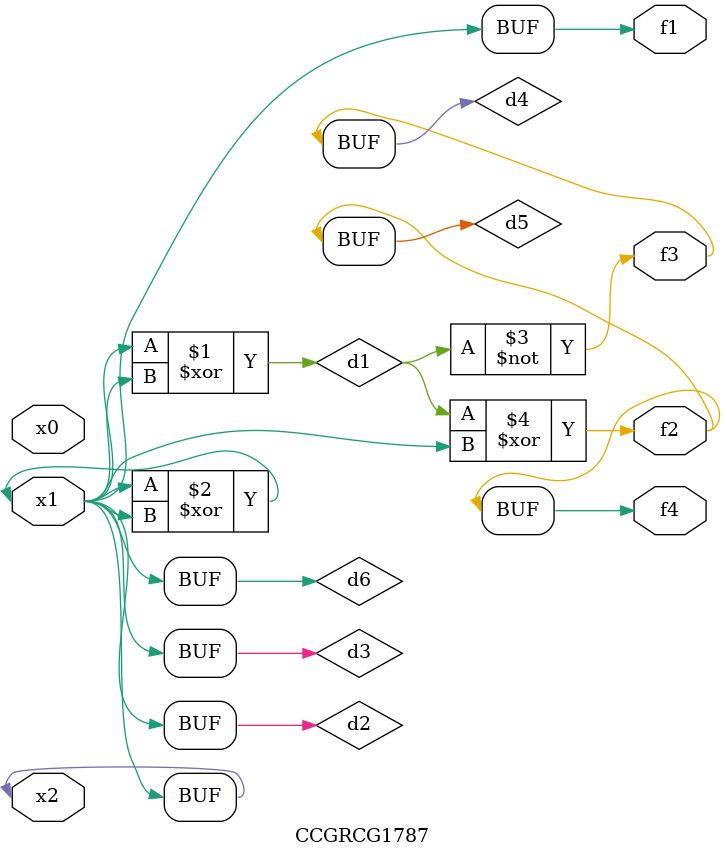
<source format=v>
module CCGRCG1787(
	input x0, x1, x2,
	output f1, f2, f3, f4
);

	wire d1, d2, d3, d4, d5, d6;

	xor (d1, x1, x2);
	buf (d2, x1, x2);
	xor (d3, x1, x2);
	nor (d4, d1);
	xor (d5, d1, d2);
	buf (d6, d2, d3);
	assign f1 = d6;
	assign f2 = d5;
	assign f3 = d4;
	assign f4 = d5;
endmodule

</source>
